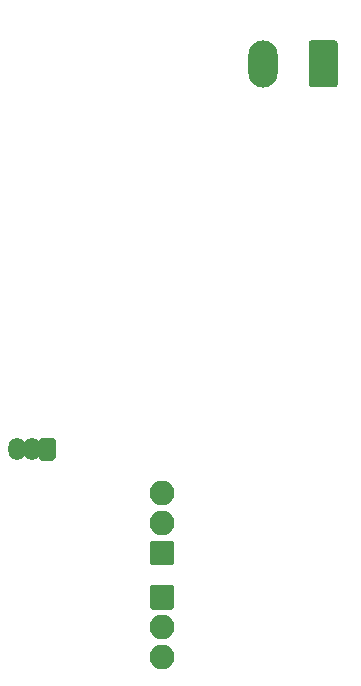
<source format=gbr>
G04 #@! TF.GenerationSoftware,KiCad,Pcbnew,(5.1.10)-1*
G04 #@! TF.CreationDate,2021-05-18T15:00:51+02:00*
G04 #@! TF.ProjectId,PEE50_MPPT,50454535-305f-44d5-9050-542e6b696361,rev?*
G04 #@! TF.SameCoordinates,Original*
G04 #@! TF.FileFunction,Soldermask,Bot*
G04 #@! TF.FilePolarity,Negative*
%FSLAX46Y46*%
G04 Gerber Fmt 4.6, Leading zero omitted, Abs format (unit mm)*
G04 Created by KiCad (PCBNEW (5.1.10)-1) date 2021-05-18 15:00:51*
%MOMM*%
%LPD*%
G01*
G04 APERTURE LIST*
%ADD10O,2.100000X2.100000*%
%ADD11O,2.480000X4.000000*%
%ADD12O,1.450000X1.900000*%
G04 APERTURE END LIST*
D10*
X53340000Y-96456500D03*
X53340000Y-98996500D03*
G36*
G01*
X54390000Y-100686500D02*
X54390000Y-102386500D01*
G75*
G02*
X54190000Y-102586500I-200000J0D01*
G01*
X52490000Y-102586500D01*
G75*
G02*
X52290000Y-102386500I0J200000D01*
G01*
X52290000Y-100686500D01*
G75*
G02*
X52490000Y-100486500I200000J0D01*
G01*
X54190000Y-100486500D01*
G75*
G02*
X54390000Y-100686500I0J-200000D01*
G01*
G37*
G36*
G01*
X52290000Y-106133000D02*
X52290000Y-104433000D01*
G75*
G02*
X52490000Y-104233000I200000J0D01*
G01*
X54190000Y-104233000D01*
G75*
G02*
X54390000Y-104433000I0J-200000D01*
G01*
X54390000Y-106133000D01*
G75*
G02*
X54190000Y-106333000I-200000J0D01*
G01*
X52490000Y-106333000D01*
G75*
G02*
X52290000Y-106133000I0J200000D01*
G01*
G37*
X53340000Y-107823000D03*
X53340000Y-110363000D03*
D11*
X61899799Y-60121801D03*
G36*
G01*
X68219799Y-58419874D02*
X68219799Y-61823728D01*
G75*
G02*
X67921726Y-62121801I-298073J0D01*
G01*
X66037872Y-62121801D01*
G75*
G02*
X65739799Y-61823728I0J298073D01*
G01*
X65739799Y-58419874D01*
G75*
G02*
X66037872Y-58121801I298073J0D01*
G01*
X67921726Y-58121801D01*
G75*
G02*
X68219799Y-58419874I0J-298073D01*
G01*
G37*
G36*
G01*
X44336799Y-92010801D02*
X44336799Y-93510801D01*
G75*
G02*
X44136799Y-93710801I-200000J0D01*
G01*
X43086799Y-93710801D01*
G75*
G02*
X42886799Y-93510801I0J200000D01*
G01*
X42886799Y-92010801D01*
G75*
G02*
X43086799Y-91810801I200000J0D01*
G01*
X44136799Y-91810801D01*
G75*
G02*
X44336799Y-92010801I0J-200000D01*
G01*
G37*
D12*
X41071799Y-92760801D03*
X42341799Y-92760801D03*
M02*

</source>
